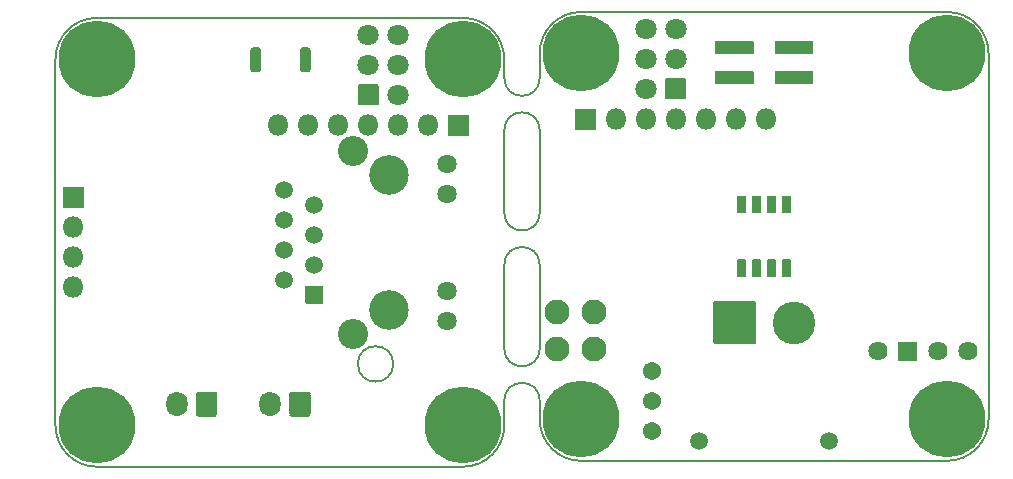
<source format=gbr>
%TF.GenerationSoftware,KiCad,Pcbnew,(5.1.8-0-10_14)*%
%TF.CreationDate,2021-08-18T13:43:03+02:00*%
%TF.ProjectId,ethersweep,65746865-7273-4776-9565-702e6b696361,2.0.1*%
%TF.SameCoordinates,Original*%
%TF.FileFunction,Soldermask,Bot*%
%TF.FilePolarity,Negative*%
%FSLAX46Y46*%
G04 Gerber Fmt 4.6, Leading zero omitted, Abs format (unit mm)*
G04 Created by KiCad (PCBNEW (5.1.8-0-10_14)) date 2021-08-18 13:43:03*
%MOMM*%
%LPD*%
G01*
G04 APERTURE LIST*
%TA.AperFunction,Profile*%
%ADD10C,0.150000*%
%TD*%
%ADD11C,6.502000*%
%ADD12C,0.902000*%
%ADD13C,1.502000*%
%ADD14C,3.602000*%
%ADD15O,1.802000X2.102000*%
%ADD16C,1.802000*%
%ADD17O,1.802000X1.802000*%
%ADD18C,2.102000*%
%ADD19C,1.500000*%
%ADD20C,1.632000*%
%ADD21C,2.547000*%
%ADD22C,3.352000*%
%ADD23C,1.626000*%
%ADD24C,1.542000*%
%ADD25C,0.100000*%
G04 APERTURE END LIST*
D10*
X198000000Y-81000000D02*
G75*
G02*
X201500000Y-84500000I0J-3500000D01*
G01*
X160500000Y-115500000D02*
X160500000Y-113900000D01*
X163500000Y-86600000D02*
X163500000Y-85000000D01*
X163500000Y-86600000D02*
G75*
G02*
X160500000Y-86600000I-1500000J0D01*
G01*
X163500000Y-115500000D02*
X163500000Y-113900000D01*
X160500000Y-86600000D02*
X160500000Y-85000000D01*
X160500000Y-113900000D02*
G75*
G02*
X163500000Y-113900000I1500000J0D01*
G01*
X163500000Y-98000000D02*
G75*
G02*
X160500000Y-98000000I-1500000J0D01*
G01*
X160500000Y-91000000D02*
G75*
G02*
X163500000Y-91000000I1500000J0D01*
G01*
X163500000Y-98000000D02*
X163500000Y-91000000D01*
X160500000Y-109500000D02*
X160500000Y-102400000D01*
X160500000Y-102400000D02*
G75*
G02*
X163500000Y-102400000I1500000J0D01*
G01*
X160500000Y-98000000D02*
X160500000Y-91000000D01*
X163500000Y-109500000D02*
X163500000Y-102400000D01*
X163500000Y-109500000D02*
G75*
G02*
X160500000Y-109500000I-1500000J0D01*
G01*
X160500000Y-116000000D02*
X160500000Y-115500000D01*
X163500000Y-84500000D02*
X163500000Y-85000000D01*
X151100000Y-110800000D02*
G75*
G03*
X151100000Y-110800000I-1500000J0D01*
G01*
X126000000Y-119500000D02*
G75*
G02*
X122500000Y-116000000I0J3500000D01*
G01*
X126000000Y-119500000D02*
X157000000Y-119500000D01*
X167000000Y-81000000D02*
X198000000Y-81000000D01*
X163500000Y-84500000D02*
G75*
G02*
X167000000Y-81000000I3500000J0D01*
G01*
X201500000Y-115500000D02*
G75*
G02*
X198000000Y-119000000I-3500000J0D01*
G01*
X167000000Y-119000000D02*
G75*
G02*
X163500000Y-115500000I0J3500000D01*
G01*
X167000000Y-119000000D02*
X198000000Y-119000000D01*
X201500000Y-115500000D02*
X201500000Y-84500000D01*
X122500000Y-85000000D02*
X122500000Y-116000000D01*
X160500000Y-116000000D02*
G75*
G02*
X157000000Y-119500000I-3500000J0D01*
G01*
X157000000Y-81500000D02*
G75*
G02*
X160500000Y-85000000I0J-3500000D01*
G01*
X122500000Y-85000000D02*
G75*
G02*
X126000000Y-81500000I3500000J0D01*
G01*
X157000000Y-81500000D02*
X126000000Y-81500000D01*
X198000000Y-81000000D02*
G75*
G02*
X201500000Y-84500000I0J-3500000D01*
G01*
X160500000Y-115500000D02*
X160500000Y-113900000D01*
X163500000Y-86600000D02*
X163500000Y-85000000D01*
X163500000Y-86600000D02*
G75*
G02*
X160500000Y-86600000I-1500000J0D01*
G01*
X163500000Y-115500000D02*
X163500000Y-113900000D01*
X160500000Y-86600000D02*
X160500000Y-85000000D01*
X160500000Y-113900000D02*
G75*
G02*
X163500000Y-113900000I1500000J0D01*
G01*
X163500000Y-98000000D02*
G75*
G02*
X160500000Y-98000000I-1500000J0D01*
G01*
X160500000Y-91000000D02*
G75*
G02*
X163500000Y-91000000I1500000J0D01*
G01*
X163500000Y-98000000D02*
X163500000Y-91000000D01*
X160500000Y-109500000D02*
X160500000Y-102400000D01*
X160500000Y-102400000D02*
G75*
G02*
X163500000Y-102400000I1500000J0D01*
G01*
X160500000Y-98000000D02*
X160500000Y-91000000D01*
X163500000Y-109500000D02*
X163500000Y-102400000D01*
X163500000Y-109500000D02*
G75*
G02*
X160500000Y-109500000I-1500000J0D01*
G01*
X160500000Y-116000000D02*
X160500000Y-115500000D01*
X163500000Y-84500000D02*
X163500000Y-85000000D01*
X151100000Y-110800000D02*
G75*
G03*
X151100000Y-110800000I-1500000J0D01*
G01*
X126000000Y-119500000D02*
G75*
G02*
X122500000Y-116000000I0J3500000D01*
G01*
X126000000Y-119500000D02*
X157000000Y-119500000D01*
X167000000Y-81000000D02*
X198000000Y-81000000D01*
X163500000Y-84500000D02*
G75*
G02*
X167000000Y-81000000I3500000J0D01*
G01*
X201500000Y-115500000D02*
G75*
G02*
X198000000Y-119000000I-3500000J0D01*
G01*
X167000000Y-119000000D02*
G75*
G02*
X163500000Y-115500000I0J3500000D01*
G01*
X167000000Y-119000000D02*
X198000000Y-119000000D01*
X201500000Y-115500000D02*
X201500000Y-84500000D01*
X122500000Y-85000000D02*
X122500000Y-116000000D01*
X160500000Y-116000000D02*
G75*
G02*
X157000000Y-119500000I-3500000J0D01*
G01*
X157000000Y-81500000D02*
G75*
G02*
X160500000Y-85000000I0J-3500000D01*
G01*
X122500000Y-85000000D02*
G75*
G02*
X126000000Y-81500000I3500000J0D01*
G01*
X157000000Y-81500000D02*
X126000000Y-81500000D01*
D11*
X198000000Y-84500000D03*
D12*
X200400000Y-84500000D03*
X199697056Y-86197056D03*
X198000000Y-86900000D03*
X196302944Y-86197056D03*
X195600000Y-84500000D03*
X196302944Y-82802944D03*
X198000000Y-82100000D03*
X199697056Y-82802944D03*
D13*
X177000000Y-117300000D03*
X188000000Y-117300000D03*
G36*
G01*
X181801000Y-105550000D02*
X181801000Y-109050000D01*
G75*
G02*
X181750000Y-109101000I-51000J0D01*
G01*
X178250000Y-109101000D01*
G75*
G02*
X178199000Y-109050000I0J51000D01*
G01*
X178199000Y-105550000D01*
G75*
G02*
X178250000Y-105499000I51000J0D01*
G01*
X181750000Y-105499000D01*
G75*
G02*
X181801000Y-105550000I0J-51000D01*
G01*
G37*
D14*
X185000000Y-107300000D03*
D15*
X132800000Y-114200000D03*
G36*
G01*
X136201000Y-113414000D02*
X136201000Y-114986000D01*
G75*
G02*
X135936000Y-115251000I-265000J0D01*
G01*
X134664000Y-115251000D01*
G75*
G02*
X134399000Y-114986000I0J265000D01*
G01*
X134399000Y-113414000D01*
G75*
G02*
X134664000Y-113149000I265000J0D01*
G01*
X135936000Y-113149000D01*
G75*
G02*
X136201000Y-113414000I0J-265000D01*
G01*
G37*
G36*
G01*
X148099000Y-88636000D02*
X148099000Y-87364000D01*
G75*
G02*
X148364000Y-87099000I265000J0D01*
G01*
X149636000Y-87099000D01*
G75*
G02*
X149901000Y-87364000I0J-265000D01*
G01*
X149901000Y-88636000D01*
G75*
G02*
X149636000Y-88901000I-265000J0D01*
G01*
X148364000Y-88901000D01*
G75*
G02*
X148099000Y-88636000I0J265000D01*
G01*
G37*
D16*
X149000000Y-85460000D03*
X149000000Y-82920000D03*
X151540000Y-88000000D03*
X151540000Y-85460000D03*
X151540000Y-82920000D03*
G36*
G01*
X175901000Y-86864000D02*
X175901000Y-88136000D01*
G75*
G02*
X175636000Y-88401000I-265000J0D01*
G01*
X174364000Y-88401000D01*
G75*
G02*
X174099000Y-88136000I0J265000D01*
G01*
X174099000Y-86864000D01*
G75*
G02*
X174364000Y-86599000I265000J0D01*
G01*
X175636000Y-86599000D01*
G75*
G02*
X175901000Y-86864000I0J-265000D01*
G01*
G37*
X175000000Y-84960000D03*
X175000000Y-82420000D03*
X172460000Y-87500000D03*
X172460000Y-84960000D03*
X172460000Y-82420000D03*
D11*
X167000000Y-115500000D03*
D12*
X169400000Y-115500000D03*
X168697056Y-117197056D03*
X167000000Y-117900000D03*
X165302944Y-117197056D03*
X164600000Y-115500000D03*
X165302944Y-113802944D03*
X167000000Y-113100000D03*
X168697056Y-113802944D03*
X199697056Y-113777945D03*
X198000000Y-113075001D03*
X196302944Y-113777945D03*
X195600000Y-115475001D03*
X196302944Y-117172057D03*
X198000000Y-117875001D03*
X199697056Y-117172057D03*
X200400000Y-115475001D03*
D11*
X198000000Y-115475001D03*
D12*
X168697056Y-82802944D03*
X167000000Y-82100000D03*
X165302944Y-82802944D03*
X164600000Y-84500000D03*
X165302944Y-86197056D03*
X167000000Y-86900000D03*
X168697056Y-86197056D03*
X169400000Y-84500000D03*
D11*
X167000000Y-84500000D03*
G36*
G01*
X124901000Y-95850000D02*
X124901000Y-97550000D01*
G75*
G02*
X124850000Y-97601000I-51000J0D01*
G01*
X123150000Y-97601000D01*
G75*
G02*
X123099000Y-97550000I0J51000D01*
G01*
X123099000Y-95850000D01*
G75*
G02*
X123150000Y-95799000I51000J0D01*
G01*
X124850000Y-95799000D01*
G75*
G02*
X124901000Y-95850000I0J-51000D01*
G01*
G37*
D17*
X124000000Y-99240000D03*
X124000000Y-101780000D03*
X124000000Y-104320000D03*
G36*
G01*
X144101000Y-113414000D02*
X144101000Y-114986000D01*
G75*
G02*
X143836000Y-115251000I-265000J0D01*
G01*
X142564000Y-115251000D01*
G75*
G02*
X142299000Y-114986000I0J265000D01*
G01*
X142299000Y-113414000D01*
G75*
G02*
X142564000Y-113149000I265000J0D01*
G01*
X143836000Y-113149000D01*
G75*
G02*
X144101000Y-113414000I0J-265000D01*
G01*
G37*
D15*
X140700000Y-114200000D03*
G36*
G01*
X186651000Y-83530000D02*
X186651000Y-84530000D01*
G75*
G02*
X186600000Y-84581000I-51000J0D01*
G01*
X183450000Y-84581000D01*
G75*
G02*
X183399000Y-84530000I0J51000D01*
G01*
X183399000Y-83530000D01*
G75*
G02*
X183450000Y-83479000I51000J0D01*
G01*
X186600000Y-83479000D01*
G75*
G02*
X186651000Y-83530000I0J-51000D01*
G01*
G37*
G36*
G01*
X181601000Y-83530000D02*
X181601000Y-84530000D01*
G75*
G02*
X181550000Y-84581000I-51000J0D01*
G01*
X178400000Y-84581000D01*
G75*
G02*
X178349000Y-84530000I0J51000D01*
G01*
X178349000Y-83530000D01*
G75*
G02*
X178400000Y-83479000I51000J0D01*
G01*
X181550000Y-83479000D01*
G75*
G02*
X181601000Y-83530000I0J-51000D01*
G01*
G37*
G36*
G01*
X186651000Y-86070000D02*
X186651000Y-87070000D01*
G75*
G02*
X186600000Y-87121000I-51000J0D01*
G01*
X183450000Y-87121000D01*
G75*
G02*
X183399000Y-87070000I0J51000D01*
G01*
X183399000Y-86070000D01*
G75*
G02*
X183450000Y-86019000I51000J0D01*
G01*
X186600000Y-86019000D01*
G75*
G02*
X186651000Y-86070000I0J-51000D01*
G01*
G37*
G36*
G01*
X181601000Y-86070000D02*
X181601000Y-87070000D01*
G75*
G02*
X181550000Y-87121000I-51000J0D01*
G01*
X178400000Y-87121000D01*
G75*
G02*
X178349000Y-87070000I0J51000D01*
G01*
X178349000Y-86070000D01*
G75*
G02*
X178400000Y-86019000I51000J0D01*
G01*
X181550000Y-86019000D01*
G75*
G02*
X181601000Y-86070000I0J-51000D01*
G01*
G37*
G36*
G01*
X139901000Y-84224500D02*
X139901000Y-85875500D01*
G75*
G02*
X139675500Y-86101000I-225500J0D01*
G01*
X139224500Y-86101000D01*
G75*
G02*
X138999000Y-85875500I0J225500D01*
G01*
X138999000Y-84224500D01*
G75*
G02*
X139224500Y-83999000I225500J0D01*
G01*
X139675500Y-83999000D01*
G75*
G02*
X139901000Y-84224500I0J-225500D01*
G01*
G37*
G36*
G01*
X144101000Y-84224500D02*
X144101000Y-85875500D01*
G75*
G02*
X143875500Y-86101000I-225500J0D01*
G01*
X143424500Y-86101000D01*
G75*
G02*
X143199000Y-85875500I0J225500D01*
G01*
X143199000Y-84224500D01*
G75*
G02*
X143424500Y-83999000I225500J0D01*
G01*
X143875500Y-83999000D01*
G75*
G02*
X144101000Y-84224500I0J-225500D01*
G01*
G37*
G36*
G01*
X180244000Y-98000000D02*
X180244000Y-96600000D01*
G75*
G02*
X180295000Y-96549000I51000J0D01*
G01*
X180895000Y-96549000D01*
G75*
G02*
X180946000Y-96600000I0J-51000D01*
G01*
X180946000Y-98000000D01*
G75*
G02*
X180895000Y-98051000I-51000J0D01*
G01*
X180295000Y-98051000D01*
G75*
G02*
X180244000Y-98000000I0J51000D01*
G01*
G37*
G36*
G01*
X181514000Y-98000000D02*
X181514000Y-96600000D01*
G75*
G02*
X181565000Y-96549000I51000J0D01*
G01*
X182165000Y-96549000D01*
G75*
G02*
X182216000Y-96600000I0J-51000D01*
G01*
X182216000Y-98000000D01*
G75*
G02*
X182165000Y-98051000I-51000J0D01*
G01*
X181565000Y-98051000D01*
G75*
G02*
X181514000Y-98000000I0J51000D01*
G01*
G37*
G36*
G01*
X182784000Y-98000000D02*
X182784000Y-96600000D01*
G75*
G02*
X182835000Y-96549000I51000J0D01*
G01*
X183435000Y-96549000D01*
G75*
G02*
X183486000Y-96600000I0J-51000D01*
G01*
X183486000Y-98000000D01*
G75*
G02*
X183435000Y-98051000I-51000J0D01*
G01*
X182835000Y-98051000D01*
G75*
G02*
X182784000Y-98000000I0J51000D01*
G01*
G37*
G36*
G01*
X184054000Y-98000000D02*
X184054000Y-96600000D01*
G75*
G02*
X184105000Y-96549000I51000J0D01*
G01*
X184705000Y-96549000D01*
G75*
G02*
X184756000Y-96600000I0J-51000D01*
G01*
X184756000Y-98000000D01*
G75*
G02*
X184705000Y-98051000I-51000J0D01*
G01*
X184105000Y-98051000D01*
G75*
G02*
X184054000Y-98000000I0J51000D01*
G01*
G37*
G36*
G01*
X184054000Y-103400000D02*
X184054000Y-102000000D01*
G75*
G02*
X184105000Y-101949000I51000J0D01*
G01*
X184705000Y-101949000D01*
G75*
G02*
X184756000Y-102000000I0J-51000D01*
G01*
X184756000Y-103400000D01*
G75*
G02*
X184705000Y-103451000I-51000J0D01*
G01*
X184105000Y-103451000D01*
G75*
G02*
X184054000Y-103400000I0J51000D01*
G01*
G37*
G36*
G01*
X182784000Y-103400000D02*
X182784000Y-102000000D01*
G75*
G02*
X182835000Y-101949000I51000J0D01*
G01*
X183435000Y-101949000D01*
G75*
G02*
X183486000Y-102000000I0J-51000D01*
G01*
X183486000Y-103400000D01*
G75*
G02*
X183435000Y-103451000I-51000J0D01*
G01*
X182835000Y-103451000D01*
G75*
G02*
X182784000Y-103400000I0J51000D01*
G01*
G37*
G36*
G01*
X181514000Y-103400000D02*
X181514000Y-102000000D01*
G75*
G02*
X181565000Y-101949000I51000J0D01*
G01*
X182165000Y-101949000D01*
G75*
G02*
X182216000Y-102000000I0J-51000D01*
G01*
X182216000Y-103400000D01*
G75*
G02*
X182165000Y-103451000I-51000J0D01*
G01*
X181565000Y-103451000D01*
G75*
G02*
X181514000Y-103400000I0J51000D01*
G01*
G37*
G36*
G01*
X180244000Y-103400000D02*
X180244000Y-102000000D01*
G75*
G02*
X180295000Y-101949000I51000J0D01*
G01*
X180895000Y-101949000D01*
G75*
G02*
X180946000Y-102000000I0J-51000D01*
G01*
X180946000Y-103400000D01*
G75*
G02*
X180895000Y-103451000I-51000J0D01*
G01*
X180295000Y-103451000D01*
G75*
G02*
X180244000Y-103400000I0J51000D01*
G01*
G37*
D11*
X126000000Y-85000000D03*
D12*
X128400000Y-85000000D03*
X127697056Y-86697056D03*
X126000000Y-87400000D03*
X124302944Y-86697056D03*
X123600000Y-85000000D03*
X124302944Y-83302944D03*
X126000000Y-82600000D03*
X127697056Y-83302944D03*
X158697056Y-83302944D03*
X157000000Y-82600000D03*
X155302944Y-83302944D03*
X154600000Y-85000000D03*
X155302944Y-86697056D03*
X157000000Y-87400000D03*
X158697056Y-86697056D03*
X159400000Y-85000000D03*
D11*
X157000000Y-85000000D03*
X157000000Y-116000000D03*
D12*
X159400000Y-116000000D03*
X158697056Y-117697056D03*
X157000000Y-118400000D03*
X155302944Y-117697056D03*
X154600000Y-116000000D03*
X155302944Y-114302944D03*
X157000000Y-113600000D03*
X158697056Y-114302944D03*
X127697056Y-114302944D03*
X126000000Y-113600000D03*
X124302944Y-114302944D03*
X123600000Y-116000000D03*
X124302944Y-117697056D03*
X126000000Y-118400000D03*
X127697056Y-117697056D03*
X128400000Y-116000000D03*
D11*
X126000000Y-116000000D03*
D18*
X164974999Y-109500000D03*
X165000000Y-106400000D03*
X168100000Y-109500000D03*
X168100000Y-106400000D03*
G36*
G01*
X168250000Y-91001000D02*
X166550000Y-91001000D01*
G75*
G02*
X166499000Y-90950000I0J51000D01*
G01*
X166499000Y-89250000D01*
G75*
G02*
X166550000Y-89199000I51000J0D01*
G01*
X168250000Y-89199000D01*
G75*
G02*
X168301000Y-89250000I0J-51000D01*
G01*
X168301000Y-90950000D01*
G75*
G02*
X168250000Y-91001000I-51000J0D01*
G01*
G37*
D17*
X169940000Y-90100000D03*
X172480000Y-90100000D03*
X175020000Y-90100000D03*
X177560000Y-90100000D03*
X180100000Y-90100000D03*
X182640000Y-90100000D03*
X141360000Y-90600000D03*
X143900000Y-90600000D03*
X146440000Y-90600000D03*
X148980000Y-90600000D03*
X151520000Y-90600000D03*
X154060000Y-90600000D03*
G36*
G01*
X157450000Y-91501000D02*
X155750000Y-91501000D01*
G75*
G02*
X155699000Y-91450000I0J51000D01*
G01*
X155699000Y-89750000D01*
G75*
G02*
X155750000Y-89699000I51000J0D01*
G01*
X157450000Y-89699000D01*
G75*
G02*
X157501000Y-89750000I0J-51000D01*
G01*
X157501000Y-91450000D01*
G75*
G02*
X157450000Y-91501000I-51000J0D01*
G01*
G37*
G36*
G01*
X143701000Y-104200000D02*
X145099000Y-104200000D01*
G75*
G02*
X145150000Y-104251000I0J-51000D01*
G01*
X145150000Y-105649000D01*
G75*
G02*
X145099000Y-105700000I-51000J0D01*
G01*
X143701000Y-105700000D01*
G75*
G02*
X143650000Y-105649000I0J51000D01*
G01*
X143650000Y-104251000D01*
G75*
G02*
X143701000Y-104200000I51000J0D01*
G01*
G37*
D19*
X141860000Y-103680000D03*
X144400000Y-102410000D03*
X141860000Y-101140000D03*
X144400000Y-99870000D03*
X141860000Y-98600000D03*
X144400000Y-97330000D03*
X141860000Y-96060000D03*
D20*
X155650000Y-107125000D03*
X155650000Y-104585000D03*
X155650000Y-93875000D03*
X155650000Y-96415000D03*
D21*
X147700000Y-108245000D03*
X147700000Y-92755000D03*
D22*
X150750000Y-94785000D03*
X150750000Y-106215000D03*
D23*
X192110000Y-109730000D03*
G36*
G01*
X193837000Y-110492000D02*
X193837000Y-108968000D01*
G75*
G02*
X193888000Y-108917000I51000J0D01*
G01*
X195412000Y-108917000D01*
G75*
G02*
X195463000Y-108968000I0J-51000D01*
G01*
X195463000Y-110492000D01*
G75*
G02*
X195412000Y-110543000I-51000J0D01*
G01*
X193888000Y-110543000D01*
G75*
G02*
X193837000Y-110492000I0J51000D01*
G01*
G37*
X197190000Y-109730000D03*
X199730000Y-109730000D03*
D24*
X173000000Y-116480000D03*
X173000000Y-113940000D03*
X173000000Y-111400000D03*
D25*
G36*
X142300990Y-114985804D02*
G01*
X142306062Y-115037304D01*
X142321029Y-115086642D01*
X142345332Y-115132110D01*
X142378038Y-115171962D01*
X142417890Y-115204668D01*
X142463358Y-115228971D01*
X142512696Y-115243938D01*
X142564196Y-115249010D01*
X142565822Y-115250175D01*
X142565626Y-115252165D01*
X142564000Y-115253000D01*
X142481903Y-115253000D01*
X142481707Y-115252990D01*
X142441204Y-115249001D01*
X142440819Y-115248925D01*
X142407767Y-115238899D01*
X142407405Y-115238749D01*
X142376954Y-115222472D01*
X142376628Y-115222254D01*
X142349932Y-115200345D01*
X142349655Y-115200068D01*
X142327746Y-115173372D01*
X142327528Y-115173046D01*
X142311251Y-115142595D01*
X142311101Y-115142233D01*
X142301075Y-115109181D01*
X142300999Y-115108796D01*
X142297010Y-115068293D01*
X142297000Y-115068097D01*
X142297000Y-114986000D01*
X142298000Y-114984268D01*
X142300000Y-114984268D01*
X142300990Y-114985804D01*
G37*
G36*
X134400990Y-114985804D02*
G01*
X134406062Y-115037304D01*
X134421029Y-115086642D01*
X134445332Y-115132110D01*
X134478038Y-115171962D01*
X134517890Y-115204668D01*
X134563358Y-115228971D01*
X134612696Y-115243938D01*
X134664196Y-115249010D01*
X134665822Y-115250175D01*
X134665626Y-115252165D01*
X134664000Y-115253000D01*
X134581903Y-115253000D01*
X134581707Y-115252990D01*
X134541204Y-115249001D01*
X134540819Y-115248925D01*
X134507767Y-115238899D01*
X134507405Y-115238749D01*
X134476954Y-115222472D01*
X134476628Y-115222254D01*
X134449932Y-115200345D01*
X134449655Y-115200068D01*
X134427746Y-115173372D01*
X134427528Y-115173046D01*
X134411251Y-115142595D01*
X134411101Y-115142233D01*
X134401075Y-115109181D01*
X134400999Y-115108796D01*
X134397010Y-115068293D01*
X134397000Y-115068097D01*
X134397000Y-114986000D01*
X134398000Y-114984268D01*
X134400000Y-114984268D01*
X134400990Y-114985804D01*
G37*
G36*
X136202165Y-114984374D02*
G01*
X136203000Y-114986000D01*
X136203000Y-115068097D01*
X136202990Y-115068293D01*
X136199001Y-115108796D01*
X136198925Y-115109181D01*
X136188899Y-115142233D01*
X136188749Y-115142595D01*
X136172472Y-115173046D01*
X136172254Y-115173372D01*
X136150345Y-115200068D01*
X136150068Y-115200345D01*
X136123372Y-115222254D01*
X136123046Y-115222472D01*
X136092595Y-115238749D01*
X136092233Y-115238899D01*
X136059181Y-115248925D01*
X136058796Y-115249001D01*
X136018293Y-115252990D01*
X136018097Y-115253000D01*
X135936000Y-115253000D01*
X135934268Y-115252000D01*
X135934268Y-115250000D01*
X135935804Y-115249010D01*
X135987304Y-115243938D01*
X136036642Y-115228971D01*
X136082110Y-115204668D01*
X136121962Y-115171962D01*
X136154668Y-115132110D01*
X136178971Y-115086642D01*
X136193938Y-115037304D01*
X136199010Y-114985804D01*
X136200175Y-114984178D01*
X136202165Y-114984374D01*
G37*
G36*
X144102165Y-114984374D02*
G01*
X144103000Y-114986000D01*
X144103000Y-115068097D01*
X144102990Y-115068293D01*
X144099001Y-115108796D01*
X144098925Y-115109181D01*
X144088899Y-115142233D01*
X144088749Y-115142595D01*
X144072472Y-115173046D01*
X144072254Y-115173372D01*
X144050345Y-115200068D01*
X144050068Y-115200345D01*
X144023372Y-115222254D01*
X144023046Y-115222472D01*
X143992595Y-115238749D01*
X143992233Y-115238899D01*
X143959181Y-115248925D01*
X143958796Y-115249001D01*
X143918293Y-115252990D01*
X143918097Y-115253000D01*
X143836000Y-115253000D01*
X143834268Y-115252000D01*
X143834268Y-115250000D01*
X143835804Y-115249010D01*
X143887304Y-115243938D01*
X143936642Y-115228971D01*
X143982110Y-115204668D01*
X144021962Y-115171962D01*
X144054668Y-115132110D01*
X144078971Y-115086642D01*
X144093938Y-115037304D01*
X144099010Y-114985804D01*
X144100175Y-114984178D01*
X144102165Y-114984374D01*
G37*
G36*
X142565732Y-113148000D02*
G01*
X142565732Y-113150000D01*
X142564196Y-113150990D01*
X142512696Y-113156062D01*
X142463358Y-113171029D01*
X142417890Y-113195332D01*
X142378038Y-113228038D01*
X142345332Y-113267890D01*
X142321029Y-113313358D01*
X142306062Y-113362696D01*
X142300990Y-113414196D01*
X142299825Y-113415822D01*
X142297835Y-113415626D01*
X142297000Y-113414000D01*
X142297000Y-113331903D01*
X142297010Y-113331707D01*
X142300999Y-113291204D01*
X142301075Y-113290819D01*
X142311101Y-113257767D01*
X142311251Y-113257405D01*
X142327528Y-113226954D01*
X142327746Y-113226628D01*
X142349655Y-113199932D01*
X142349932Y-113199655D01*
X142376628Y-113177746D01*
X142376954Y-113177528D01*
X142407405Y-113161251D01*
X142407767Y-113161101D01*
X142440819Y-113151075D01*
X142441204Y-113150999D01*
X142481707Y-113147010D01*
X142481903Y-113147000D01*
X142564000Y-113147000D01*
X142565732Y-113148000D01*
G37*
G36*
X134665732Y-113148000D02*
G01*
X134665732Y-113150000D01*
X134664196Y-113150990D01*
X134612696Y-113156062D01*
X134563358Y-113171029D01*
X134517890Y-113195332D01*
X134478038Y-113228038D01*
X134445332Y-113267890D01*
X134421029Y-113313358D01*
X134406062Y-113362696D01*
X134400990Y-113414196D01*
X134399825Y-113415822D01*
X134397835Y-113415626D01*
X134397000Y-113414000D01*
X134397000Y-113331903D01*
X134397010Y-113331707D01*
X134400999Y-113291204D01*
X134401075Y-113290819D01*
X134411101Y-113257767D01*
X134411251Y-113257405D01*
X134427528Y-113226954D01*
X134427746Y-113226628D01*
X134449655Y-113199932D01*
X134449932Y-113199655D01*
X134476628Y-113177746D01*
X134476954Y-113177528D01*
X134507405Y-113161251D01*
X134507767Y-113161101D01*
X134540819Y-113151075D01*
X134541204Y-113150999D01*
X134581707Y-113147010D01*
X134581903Y-113147000D01*
X134664000Y-113147000D01*
X134665732Y-113148000D01*
G37*
G36*
X143918293Y-113147010D02*
G01*
X143958796Y-113150999D01*
X143959181Y-113151075D01*
X143992233Y-113161101D01*
X143992595Y-113161251D01*
X144023046Y-113177528D01*
X144023372Y-113177746D01*
X144050068Y-113199655D01*
X144050345Y-113199932D01*
X144072254Y-113226628D01*
X144072472Y-113226954D01*
X144088749Y-113257405D01*
X144088899Y-113257767D01*
X144098925Y-113290819D01*
X144099001Y-113291204D01*
X144102990Y-113331707D01*
X144103000Y-113331903D01*
X144103000Y-113414000D01*
X144102000Y-113415732D01*
X144100000Y-113415732D01*
X144099010Y-113414196D01*
X144093938Y-113362696D01*
X144078971Y-113313358D01*
X144054668Y-113267890D01*
X144021962Y-113228038D01*
X143982110Y-113195332D01*
X143936642Y-113171029D01*
X143887304Y-113156062D01*
X143835804Y-113150990D01*
X143834178Y-113149825D01*
X143834374Y-113147835D01*
X143836000Y-113147000D01*
X143918097Y-113147000D01*
X143918293Y-113147010D01*
G37*
G36*
X136018293Y-113147010D02*
G01*
X136058796Y-113150999D01*
X136059181Y-113151075D01*
X136092233Y-113161101D01*
X136092595Y-113161251D01*
X136123046Y-113177528D01*
X136123372Y-113177746D01*
X136150068Y-113199655D01*
X136150345Y-113199932D01*
X136172254Y-113226628D01*
X136172472Y-113226954D01*
X136188749Y-113257405D01*
X136188899Y-113257767D01*
X136198925Y-113290819D01*
X136199001Y-113291204D01*
X136202990Y-113331707D01*
X136203000Y-113331903D01*
X136203000Y-113414000D01*
X136202000Y-113415732D01*
X136200000Y-113415732D01*
X136199010Y-113414196D01*
X136193938Y-113362696D01*
X136178971Y-113313358D01*
X136154668Y-113267890D01*
X136121962Y-113228038D01*
X136082110Y-113195332D01*
X136036642Y-113171029D01*
X135987304Y-113156062D01*
X135935804Y-113150990D01*
X135934178Y-113149825D01*
X135934374Y-113147835D01*
X135936000Y-113147000D01*
X136018097Y-113147000D01*
X136018293Y-113147010D01*
G37*
G36*
X148100990Y-88635804D02*
G01*
X148106062Y-88687304D01*
X148121029Y-88736642D01*
X148145332Y-88782110D01*
X148178038Y-88821962D01*
X148217890Y-88854668D01*
X148263358Y-88878971D01*
X148312696Y-88893938D01*
X148364196Y-88899010D01*
X148365822Y-88900175D01*
X148365626Y-88902165D01*
X148364000Y-88903000D01*
X148281903Y-88903000D01*
X148281707Y-88902990D01*
X148241204Y-88899001D01*
X148240819Y-88898925D01*
X148207767Y-88888899D01*
X148207405Y-88888749D01*
X148176954Y-88872472D01*
X148176628Y-88872254D01*
X148149932Y-88850345D01*
X148149655Y-88850068D01*
X148127746Y-88823372D01*
X148127528Y-88823046D01*
X148111251Y-88792595D01*
X148111101Y-88792233D01*
X148101075Y-88759181D01*
X148100999Y-88758796D01*
X148097010Y-88718293D01*
X148097000Y-88718097D01*
X148097000Y-88636000D01*
X148098000Y-88634268D01*
X148100000Y-88634268D01*
X148100990Y-88635804D01*
G37*
G36*
X149902165Y-88634374D02*
G01*
X149903000Y-88636000D01*
X149903000Y-88718097D01*
X149902990Y-88718293D01*
X149899001Y-88758796D01*
X149898925Y-88759181D01*
X149888899Y-88792233D01*
X149888749Y-88792595D01*
X149872472Y-88823046D01*
X149872254Y-88823372D01*
X149850345Y-88850068D01*
X149850068Y-88850345D01*
X149823372Y-88872254D01*
X149823046Y-88872472D01*
X149792595Y-88888749D01*
X149792233Y-88888899D01*
X149759181Y-88898925D01*
X149758796Y-88899001D01*
X149718293Y-88902990D01*
X149718097Y-88903000D01*
X149636000Y-88903000D01*
X149634268Y-88902000D01*
X149634268Y-88900000D01*
X149635804Y-88899010D01*
X149687304Y-88893938D01*
X149736642Y-88878971D01*
X149782110Y-88854668D01*
X149821962Y-88821962D01*
X149854668Y-88782110D01*
X149878971Y-88736642D01*
X149893938Y-88687304D01*
X149899010Y-88635804D01*
X149900175Y-88634178D01*
X149902165Y-88634374D01*
G37*
G36*
X175902165Y-88134374D02*
G01*
X175903000Y-88136000D01*
X175903000Y-88218097D01*
X175902990Y-88218293D01*
X175899001Y-88258796D01*
X175898925Y-88259181D01*
X175888899Y-88292233D01*
X175888749Y-88292595D01*
X175872472Y-88323046D01*
X175872254Y-88323372D01*
X175850345Y-88350068D01*
X175850068Y-88350345D01*
X175823372Y-88372254D01*
X175823046Y-88372472D01*
X175792595Y-88388749D01*
X175792233Y-88388899D01*
X175759181Y-88398925D01*
X175758796Y-88399001D01*
X175718293Y-88402990D01*
X175718097Y-88403000D01*
X175636000Y-88403000D01*
X175634268Y-88402000D01*
X175634268Y-88400000D01*
X175635804Y-88399010D01*
X175687304Y-88393938D01*
X175736642Y-88378971D01*
X175782110Y-88354668D01*
X175821962Y-88321962D01*
X175854668Y-88282110D01*
X175878971Y-88236642D01*
X175893938Y-88187304D01*
X175899010Y-88135804D01*
X175900175Y-88134178D01*
X175902165Y-88134374D01*
G37*
G36*
X174100990Y-88135804D02*
G01*
X174106062Y-88187304D01*
X174121029Y-88236642D01*
X174145332Y-88282110D01*
X174178038Y-88321962D01*
X174217890Y-88354668D01*
X174263358Y-88378971D01*
X174312696Y-88393938D01*
X174364196Y-88399010D01*
X174365822Y-88400175D01*
X174365626Y-88402165D01*
X174364000Y-88403000D01*
X174281903Y-88403000D01*
X174281707Y-88402990D01*
X174241204Y-88399001D01*
X174240819Y-88398925D01*
X174207767Y-88388899D01*
X174207405Y-88388749D01*
X174176954Y-88372472D01*
X174176628Y-88372254D01*
X174149932Y-88350345D01*
X174149655Y-88350068D01*
X174127746Y-88323372D01*
X174127528Y-88323046D01*
X174111251Y-88292595D01*
X174111101Y-88292233D01*
X174101075Y-88259181D01*
X174100999Y-88258796D01*
X174097010Y-88218293D01*
X174097000Y-88218097D01*
X174097000Y-88136000D01*
X174098000Y-88134268D01*
X174100000Y-88134268D01*
X174100990Y-88135804D01*
G37*
G36*
X148365732Y-87098000D02*
G01*
X148365732Y-87100000D01*
X148364196Y-87100990D01*
X148312696Y-87106062D01*
X148263358Y-87121029D01*
X148217890Y-87145332D01*
X148178038Y-87178038D01*
X148145332Y-87217890D01*
X148121029Y-87263358D01*
X148106062Y-87312696D01*
X148100990Y-87364196D01*
X148099825Y-87365822D01*
X148097835Y-87365626D01*
X148097000Y-87364000D01*
X148097000Y-87281903D01*
X148097010Y-87281707D01*
X148100999Y-87241204D01*
X148101075Y-87240819D01*
X148111101Y-87207767D01*
X148111251Y-87207405D01*
X148127528Y-87176954D01*
X148127746Y-87176628D01*
X148149655Y-87149932D01*
X148149932Y-87149655D01*
X148176628Y-87127746D01*
X148176954Y-87127528D01*
X148207405Y-87111251D01*
X148207767Y-87111101D01*
X148240819Y-87101075D01*
X148241204Y-87100999D01*
X148281707Y-87097010D01*
X148281903Y-87097000D01*
X148364000Y-87097000D01*
X148365732Y-87098000D01*
G37*
G36*
X149718293Y-87097010D02*
G01*
X149758796Y-87100999D01*
X149759181Y-87101075D01*
X149792233Y-87111101D01*
X149792595Y-87111251D01*
X149823046Y-87127528D01*
X149823372Y-87127746D01*
X149850068Y-87149655D01*
X149850345Y-87149932D01*
X149872254Y-87176628D01*
X149872472Y-87176954D01*
X149888749Y-87207405D01*
X149888899Y-87207767D01*
X149898925Y-87240819D01*
X149899001Y-87241204D01*
X149902990Y-87281707D01*
X149903000Y-87281903D01*
X149903000Y-87364000D01*
X149902000Y-87365732D01*
X149900000Y-87365732D01*
X149899010Y-87364196D01*
X149893938Y-87312696D01*
X149878971Y-87263358D01*
X149854668Y-87217890D01*
X149821962Y-87178038D01*
X149782110Y-87145332D01*
X149736642Y-87121029D01*
X149687304Y-87106062D01*
X149635804Y-87100990D01*
X149634178Y-87099825D01*
X149634374Y-87097835D01*
X149636000Y-87097000D01*
X149718097Y-87097000D01*
X149718293Y-87097010D01*
G37*
G36*
X174365732Y-86598000D02*
G01*
X174365732Y-86600000D01*
X174364196Y-86600990D01*
X174312696Y-86606062D01*
X174263358Y-86621029D01*
X174217890Y-86645332D01*
X174178038Y-86678038D01*
X174145332Y-86717890D01*
X174121029Y-86763358D01*
X174106062Y-86812696D01*
X174100990Y-86864196D01*
X174099825Y-86865822D01*
X174097835Y-86865626D01*
X174097000Y-86864000D01*
X174097000Y-86781903D01*
X174097010Y-86781707D01*
X174100999Y-86741204D01*
X174101075Y-86740819D01*
X174111101Y-86707767D01*
X174111251Y-86707405D01*
X174127528Y-86676954D01*
X174127746Y-86676628D01*
X174149655Y-86649932D01*
X174149932Y-86649655D01*
X174176628Y-86627746D01*
X174176954Y-86627528D01*
X174207405Y-86611251D01*
X174207767Y-86611101D01*
X174240819Y-86601075D01*
X174241204Y-86600999D01*
X174281707Y-86597010D01*
X174281903Y-86597000D01*
X174364000Y-86597000D01*
X174365732Y-86598000D01*
G37*
G36*
X175718293Y-86597010D02*
G01*
X175758796Y-86600999D01*
X175759181Y-86601075D01*
X175792233Y-86611101D01*
X175792595Y-86611251D01*
X175823046Y-86627528D01*
X175823372Y-86627746D01*
X175850068Y-86649655D01*
X175850345Y-86649932D01*
X175872254Y-86676628D01*
X175872472Y-86676954D01*
X175888749Y-86707405D01*
X175888899Y-86707767D01*
X175898925Y-86740819D01*
X175899001Y-86741204D01*
X175902990Y-86781707D01*
X175903000Y-86781903D01*
X175903000Y-86864000D01*
X175902000Y-86865732D01*
X175900000Y-86865732D01*
X175899010Y-86864196D01*
X175893938Y-86812696D01*
X175878971Y-86763358D01*
X175854668Y-86717890D01*
X175821962Y-86678038D01*
X175782110Y-86645332D01*
X175736642Y-86621029D01*
X175687304Y-86606062D01*
X175635804Y-86600990D01*
X175634178Y-86599825D01*
X175634374Y-86597835D01*
X175636000Y-86597000D01*
X175718097Y-86597000D01*
X175718293Y-86597010D01*
G37*
M02*

</source>
